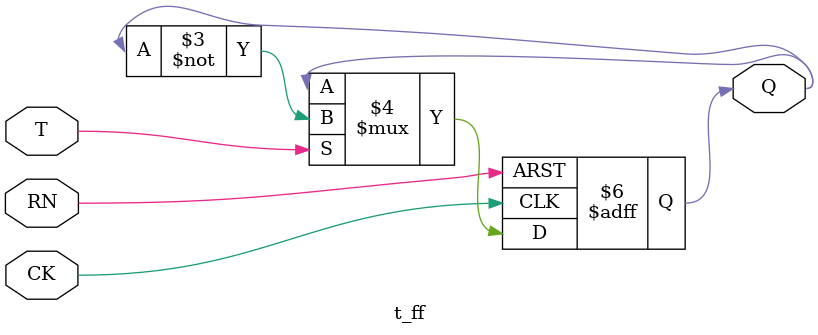
<source format=v>
module t_ff ( T, CK, RN, Q);
 
input T , CK , RN ;
output Q ;

reg Q ;

always @ ( posedge CK or negedge RN )
if ( !RN ) Q <= 0 ;
else if ( T ) Q <= ~ Q ;

endmodule
</source>
